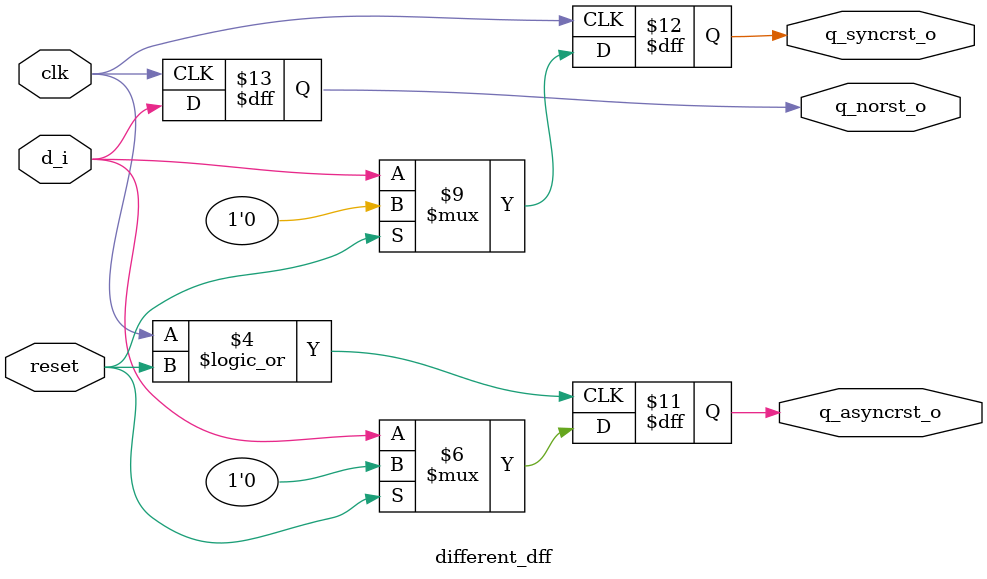
<source format=sv>

module different_dff (
  input     logic      clk,
  input     logic      reset,

  input     logic      d_i,

  output    logic      q_norst_o,
  output    logic      q_syncrst_o,
  output    logic      q_asyncrst_o
);

  // No reset output
  always_ff @(posedge clk) begin
    q_norst_o <= d_i;
  end

  // Synchronous reset output
  always_ff @(posedge clk) begin
    if (reset)
      q_syncrst_o <= 1'b0;
    else
      q_syncrst_o <= d_i;
  end

  // Asynchronous reset output
  always_ff @(posedge clk || reset) begin
    if (reset)
      q_asyncrst_o <= 1'b0;
    else
      q_asyncrst_o <= d_i;
  end

endmodule

</source>
